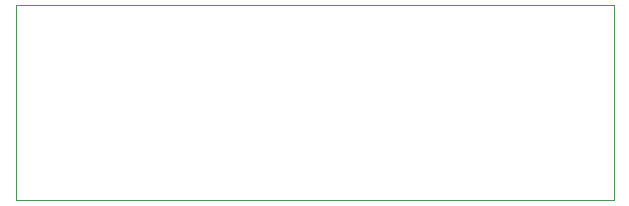
<source format=gbr>
G04 #@! TF.GenerationSoftware,KiCad,Pcbnew,(5.1.0)-1*
G04 #@! TF.CreationDate,2019-07-21T18:23:44+01:00*
G04 #@! TF.ProjectId,ServoBreakout,53657276-6f42-4726-9561-6b6f75742e6b,rev?*
G04 #@! TF.SameCoordinates,Original*
G04 #@! TF.FileFunction,Profile,NP*
%FSLAX46Y46*%
G04 Gerber Fmt 4.6, Leading zero omitted, Abs format (unit mm)*
G04 Created by KiCad (PCBNEW (5.1.0)-1) date 2019-07-21 18:23:44*
%MOMM*%
%LPD*%
G04 APERTURE LIST*
%ADD10C,0.100000*%
G04 APERTURE END LIST*
D10*
X75501500Y-76009500D02*
X75501500Y-59499500D01*
X126174500Y-76009500D02*
X75501500Y-76009500D01*
X126174500Y-59499500D02*
X126174500Y-76009500D01*
X75501500Y-59499500D02*
X126174500Y-59499500D01*
M02*

</source>
